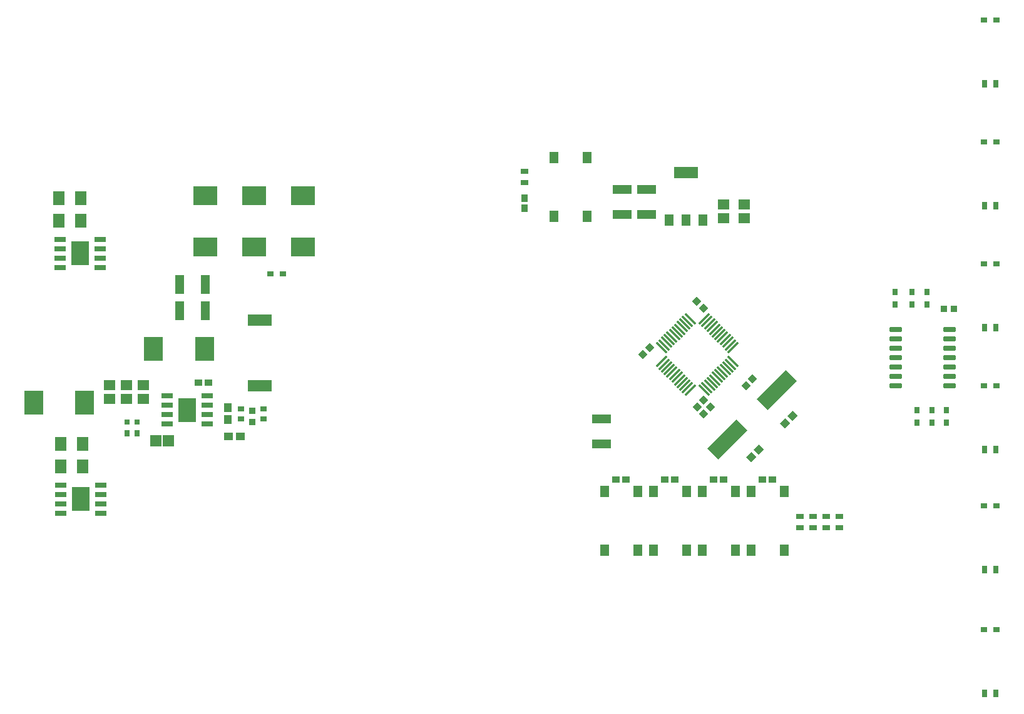
<source format=gtp>
%TF.GenerationSoftware,Altium Limited,DefaultClient, ()*%
G04 Layer_Color=8421504*
%FSLAX45Y45*%
%MOMM*%
%TF.SameCoordinates,AE975085-364B-4CEB-9B6D-173D2EE7C3AA*%
%TF.FilePolarity,Positive*%
%TF.FileFunction,Paste,Top*%
%TF.Part,Single*%
G01*
G75*
%TA.AperFunction,SMDPad,CuDef*%
G04:AMPARAMS|DCode=14|XSize=0.3mm|YSize=2.1mm|CornerRadius=0mm|HoleSize=0mm|Usage=FLASHONLY|Rotation=225.000|XOffset=0mm|YOffset=0mm|HoleType=Round|Shape=Round|*
%AMOVALD14*
21,1,1.80000,0.30000,0.00000,0.00000,315.0*
1,1,0.30000,-0.63640,0.63640*
1,1,0.30000,0.63640,-0.63640*
%
%ADD14OVALD14*%

G04:AMPARAMS|DCode=15|XSize=0.3mm|YSize=2.1mm|CornerRadius=0mm|HoleSize=0mm|Usage=FLASHONLY|Rotation=135.000|XOffset=0mm|YOffset=0mm|HoleType=Round|Shape=Round|*
%AMOVALD15*
21,1,1.80000,0.30000,0.00000,0.00000,225.0*
1,1,0.30000,0.63640,0.63640*
1,1,0.30000,-0.63640,-0.63640*
%
%ADD15OVALD15*%

%ADD16R,1.52500X0.65000*%
%ADD17R,2.39000X3.20000*%
%ADD18R,1.00000X0.80000*%
G04:AMPARAMS|DCode=19|XSize=0.6mm|YSize=1.65mm|CornerRadius=0.051mm|HoleSize=0mm|Usage=FLASHONLY|Rotation=90.000|XOffset=0mm|YOffset=0mm|HoleType=Round|Shape=RoundedRectangle|*
%AMROUNDEDRECTD19*
21,1,0.60000,1.54800,0,0,90.0*
21,1,0.49800,1.65000,0,0,90.0*
1,1,0.10200,0.77400,0.24900*
1,1,0.10200,0.77400,-0.24900*
1,1,0.10200,-0.77400,-0.24900*
1,1,0.10200,-0.77400,0.24900*
%
%ADD19ROUNDEDRECTD19*%
%ADD20R,1.20000X1.50000*%
%ADD21R,3.30000X1.50000*%
%ADD22R,2.50000X3.30000*%
%ADD23R,0.90000X0.80000*%
%ADD24R,0.65872X0.81213*%
%ADD25R,0.80000X0.90000*%
%ADD26R,0.65872X0.78740*%
%ADD27R,0.81213X0.65872*%
%ADD28R,1.30000X1.55000*%
%ADD29R,1.50822X1.40574*%
%ADD30R,1.05814X0.91213*%
%ADD31R,1.25814X1.01213*%
%ADD32R,1.57807X1.55620*%
G04:AMPARAMS|DCode=33|XSize=1.0065mm|YSize=0.95822mm|CornerRadius=0mm|HoleSize=0mm|Usage=FLASHONLY|Rotation=45.000|XOffset=0mm|YOffset=0mm|HoleType=Round|Shape=Rectangle|*
%AMROTATEDRECTD33*
4,1,4,-0.01707,-0.69463,-0.69463,-0.01707,0.01707,0.69463,0.69463,0.01707,-0.01707,-0.69463,0.0*
%
%ADD33ROTATEDRECTD33*%

%ADD34R,0.91213X0.85872*%
G04:AMPARAMS|DCode=35|XSize=5.6mm|YSize=2.1mm|CornerRadius=0mm|HoleSize=0mm|Usage=FLASHONLY|Rotation=225.000|XOffset=0mm|YOffset=0mm|HoleType=Round|Shape=Rectangle|*
%AMROTATEDRECTD35*
4,1,4,1.23744,2.72236,2.72236,1.23744,-1.23744,-2.72236,-2.72236,-1.23744,1.23744,2.72236,0.0*
%
%ADD35ROTATEDRECTD35*%

%ADD36R,2.50000X1.25000*%
%ADD37R,3.20000X1.60000*%
%ADD38R,1.55443X1.90620*%
%ADD39R,0.85000X0.90000*%
%ADD40R,1.25000X2.50000*%
%ADD41R,1.01213X1.25814*%
G04:AMPARAMS|DCode=42|XSize=0.9mm|YSize=0.85mm|CornerRadius=0mm|HoleSize=0mm|Usage=FLASHONLY|Rotation=135.000|XOffset=0mm|YOffset=0mm|HoleType=Round|Shape=Rectangle|*
%AMROTATEDRECTD42*
4,1,4,0.61872,-0.01768,0.01768,-0.61872,-0.61872,0.01768,-0.01768,0.61872,0.61872,-0.01768,0.0*
%
%ADD42ROTATEDRECTD42*%

G04:AMPARAMS|DCode=43|XSize=0.9mm|YSize=0.85mm|CornerRadius=0mm|HoleSize=0mm|Usage=FLASHONLY|Rotation=45.000|XOffset=0mm|YOffset=0mm|HoleType=Round|Shape=Rectangle|*
%AMROTATEDRECTD43*
4,1,4,-0.01768,-0.61872,-0.61872,-0.01768,0.01768,0.61872,0.61872,0.01768,-0.01768,-0.61872,0.0*
%
%ADD43ROTATEDRECTD43*%

%ADD44R,0.91213X1.05814*%
%ADD45R,3.30000X2.50000*%
%ADD46R,0.80000X1.00000*%
D14*
X10639902Y3953915D02*
D03*
X9777232Y4250899D02*
D03*
X10357059Y3671072D02*
D03*
X9812587Y4286255D02*
D03*
X9847943Y4321610D02*
D03*
X9883298Y4356965D02*
D03*
X9918653Y4392321D02*
D03*
X9954009Y4427676D02*
D03*
X9989364Y4463031D02*
D03*
X10024719Y4498387D02*
D03*
X10060075Y4533742D02*
D03*
X10095430Y4569098D02*
D03*
X10130785Y4604453D02*
D03*
X10166141Y4639808D02*
D03*
X10745968Y4059981D02*
D03*
X10710613Y4024625D02*
D03*
X10675258Y3989270D02*
D03*
X10604547Y3918559D02*
D03*
X10569191Y3883204D02*
D03*
X10463125Y3777138D02*
D03*
X10427770Y3741783D02*
D03*
X10392415Y3706427D02*
D03*
X10533836Y3847849D02*
D03*
X10498481Y3812493D02*
D03*
D15*
X10357059Y4639808D02*
D03*
X10166141Y3671072D02*
D03*
X10130785Y3706427D02*
D03*
X10095430Y3741783D02*
D03*
X10060075Y3777138D02*
D03*
X10024719Y3812493D02*
D03*
X9989364Y3847849D02*
D03*
X9954009Y3883204D02*
D03*
X9918653Y3918559D02*
D03*
X9847942Y3989270D02*
D03*
X9812587Y4024625D02*
D03*
X9777232Y4059981D02*
D03*
X10392415Y4604453D02*
D03*
X10427770Y4569098D02*
D03*
X10463125Y4533742D02*
D03*
X10498481Y4498387D02*
D03*
X10533836Y4463031D02*
D03*
X10569191Y4427676D02*
D03*
X10604547Y4392321D02*
D03*
X10639902Y4356965D02*
D03*
X10675257Y4321610D02*
D03*
X10710613Y4286255D02*
D03*
X10745968Y4250899D02*
D03*
X9883298Y3953915D02*
D03*
D16*
X3089800Y3594100D02*
D03*
Y3467100D02*
D03*
Y3340100D02*
D03*
Y3213100D02*
D03*
X3632200D02*
D03*
Y3340100D02*
D03*
Y3467100D02*
D03*
Y3594100D02*
D03*
X2184400Y5334000D02*
D03*
X1642000Y5715000D02*
D03*
Y5588000D02*
D03*
Y5461000D02*
D03*
Y5334000D02*
D03*
X2184400Y5715000D02*
D03*
Y5588000D02*
D03*
Y5461000D02*
D03*
X1654700Y2006600D02*
D03*
Y2133600D02*
D03*
Y2260600D02*
D03*
Y2387600D02*
D03*
X2197100Y2006600D02*
D03*
Y2260600D02*
D03*
Y2133600D02*
D03*
Y2387600D02*
D03*
D17*
X3361000Y3403600D02*
D03*
X1913200Y5524500D02*
D03*
X1925900Y2197100D02*
D03*
D18*
X12187904Y1812989D02*
D03*
X12187904Y1962989D02*
D03*
X7925000Y6634993D02*
D03*
Y6484993D02*
D03*
X11651457Y1812990D02*
D03*
Y1962989D02*
D03*
X11827479Y1812990D02*
D03*
Y1962989D02*
D03*
X12007492D02*
D03*
Y1812990D02*
D03*
D19*
X12947099Y4495800D02*
D03*
Y4241800D02*
D03*
Y3987800D02*
D03*
Y3733800D02*
D03*
X13672099Y4368800D02*
D03*
Y4114800D02*
D03*
Y3860800D02*
D03*
X12947099Y4114800D02*
D03*
X13672099Y4241800D02*
D03*
Y4495800D02*
D03*
X12947099Y4368800D02*
D03*
X13672099Y3733800D02*
D03*
Y3987800D02*
D03*
X12947099Y3860800D02*
D03*
D20*
X9880000Y5979200D02*
D03*
X10340000D02*
D03*
X10110000Y5979200D02*
D03*
D21*
Y6619200D02*
D03*
D22*
X3596200Y4229100D02*
D03*
X2906200D02*
D03*
X1285680Y3500120D02*
D03*
X1975680D02*
D03*
D23*
X14139000Y8686800D02*
D03*
X14309000D02*
D03*
X14139000Y431800D02*
D03*
X14309000D02*
D03*
X14139000Y2108200D02*
D03*
X14309000D02*
D03*
X14139000Y3733800D02*
D03*
X14309000D02*
D03*
X14139000Y5384800D02*
D03*
X14309000D02*
D03*
X14139000Y7035800D02*
D03*
X14309000D02*
D03*
X4490000Y5250000D02*
D03*
X4660000D02*
D03*
D24*
X2688950Y3092060D02*
D03*
X2553610D02*
D03*
D25*
X13234599Y3229800D02*
D03*
Y3399800D02*
D03*
X12934599Y4829800D02*
D03*
Y4999800D02*
D03*
X13163200Y4830000D02*
D03*
Y5000000D02*
D03*
X13366400Y4830000D02*
D03*
Y5000000D02*
D03*
X13634599Y3229800D02*
D03*
Y3399800D02*
D03*
X13434599Y3229800D02*
D03*
Y3399800D02*
D03*
D26*
X2688950Y3243580D02*
D03*
X2553610D02*
D03*
D27*
X4090791Y3285648D02*
D03*
Y3420989D02*
D03*
X4398202Y3416662D02*
D03*
Y3281321D02*
D03*
D28*
X10332800Y1507500D02*
D03*
Y2302500D02*
D03*
X10782800D02*
D03*
Y1507500D02*
D03*
X8325000Y6027500D02*
D03*
Y6822500D02*
D03*
X8775000D02*
D03*
Y6027500D02*
D03*
X10993200Y1507500D02*
D03*
Y2302500D02*
D03*
X11443200D02*
D03*
Y1507500D02*
D03*
X9012000Y2302500D02*
D03*
Y1507500D02*
D03*
X9462000D02*
D03*
Y2302500D02*
D03*
X9672400Y1507500D02*
D03*
Y2302500D02*
D03*
X10122400D02*
D03*
Y1507500D02*
D03*
D29*
X10619589Y6188624D02*
D03*
Y6003376D02*
D03*
X2311400Y3552276D02*
D03*
Y3737524D02*
D03*
X2540000Y3552276D02*
D03*
Y3737524D02*
D03*
X2768600Y3552276D02*
D03*
Y3737524D02*
D03*
X10898989Y6188624D02*
D03*
Y6003376D02*
D03*
D30*
X11146401Y2463800D02*
D03*
X11281799D02*
D03*
X3513701Y3771900D02*
D03*
X3649100D02*
D03*
X9165201Y2463800D02*
D03*
X9300599D02*
D03*
X9825601D02*
D03*
X9960999D02*
D03*
X10486001D02*
D03*
X10621399D02*
D03*
D31*
X3922801Y3048000D02*
D03*
X4078199D02*
D03*
D32*
X2936194Y2984500D02*
D03*
X3109006D02*
D03*
D33*
X11449794Y3222734D02*
D03*
X11552446Y3325386D02*
D03*
X11095246Y2868186D02*
D03*
X10992594Y2765534D02*
D03*
D34*
X4245694Y3237926D02*
D03*
Y3393268D02*
D03*
D35*
X11341696Y3675976D02*
D03*
X10669944Y3004224D02*
D03*
D36*
X9576600Y6053000D02*
D03*
Y6393000D02*
D03*
X9246400Y6053000D02*
D03*
Y6393000D02*
D03*
X8966200Y3284040D02*
D03*
Y2944040D02*
D03*
D37*
X4343400Y4623300D02*
D03*
Y3733300D02*
D03*
D38*
X1950988Y2946400D02*
D03*
X1655812D02*
D03*
X1630412Y5969000D02*
D03*
X1925588D02*
D03*
X1630412Y6273800D02*
D03*
X1925588D02*
D03*
X1950988Y2641600D02*
D03*
X1655812D02*
D03*
D39*
X13730200Y4775200D02*
D03*
X13600200D02*
D03*
D40*
X3604080Y5102860D02*
D03*
X3264080D02*
D03*
X3604080Y4747260D02*
D03*
X3264080D02*
D03*
D41*
X3910765Y3433529D02*
D03*
Y3278131D02*
D03*
D42*
X10919218Y3733558D02*
D03*
X11011142Y3825482D02*
D03*
X9529838Y4157738D02*
D03*
X9621762Y4249662D02*
D03*
D43*
X10253738Y4871962D02*
D03*
X10345662Y4780038D02*
D03*
X10442182Y3446538D02*
D03*
X10350258Y3538462D02*
D03*
X10350742Y3352558D02*
D03*
X10258818Y3444482D02*
D03*
D44*
X7925000Y6136694D02*
D03*
Y6272093D02*
D03*
D45*
X3605060Y5613840D02*
D03*
Y6303840D02*
D03*
X4265460Y6303840D02*
D03*
Y5613840D02*
D03*
X4925860Y5613840D02*
D03*
Y6303840D02*
D03*
D46*
X14299001Y-431800D02*
D03*
X14149001D02*
D03*
X14299001Y1244600D02*
D03*
X14149001D02*
D03*
X14299001Y2870200D02*
D03*
X14149001D02*
D03*
X14299001Y4521200D02*
D03*
X14149001D02*
D03*
X14299001Y6172200D02*
D03*
X14149001D02*
D03*
X14299001Y7823200D02*
D03*
X14149001D02*
D03*
%TF.MD5,5ce31fdcacd2174b4ee9ef4556253e76*%
M02*

</source>
